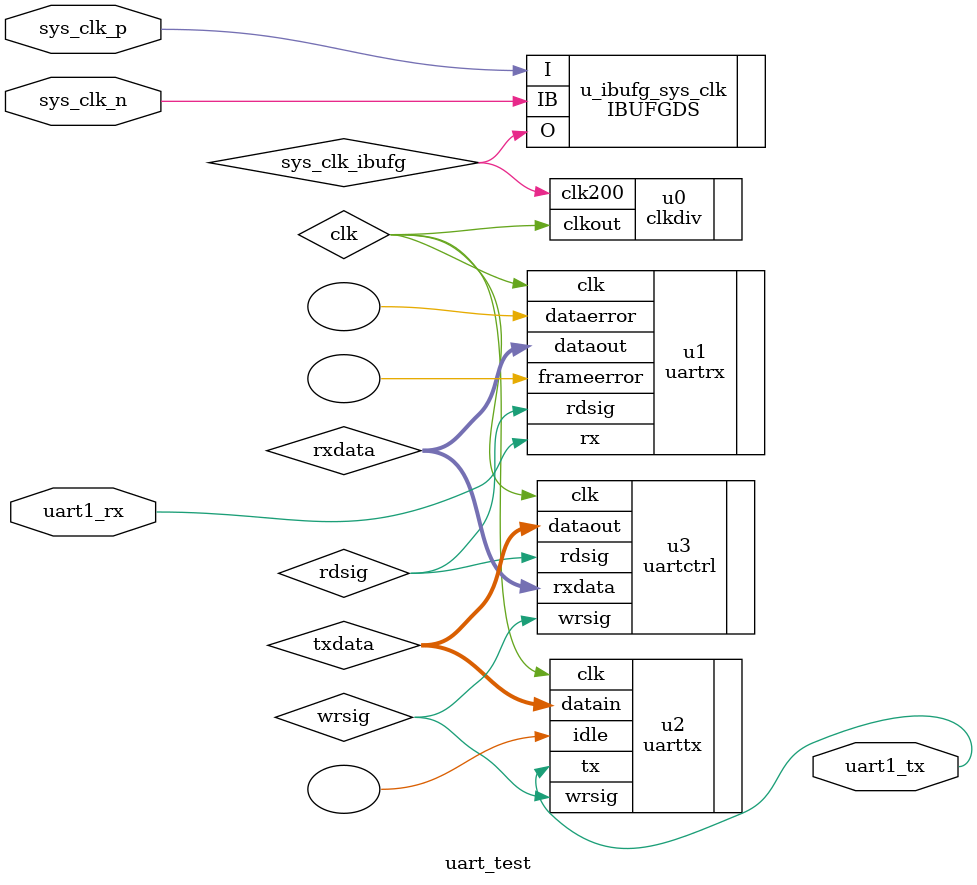
<source format=v>
`timescale 1ns / 1ps


module uart_test(
    input sys_clk_p,
    input sys_clk_n,
    input uart1_rx,
    output uart1_tx
    );
    
////////////////²î·ÖÊ±ÖÓ×ª»»³Éµ¥¶ËÊ±ÖÓ////////////////////////
    wire sys_clk_ibufg;
     IBUFGDS #
           (
            .DIFF_TERM    ("FALSE"),
            .IBUF_LOW_PWR ("FALSE")
            )
           u_ibufg_sys_clk
             (
              .I  (sys_clk_p),
              .IB (sys_clk_n),
              .O  (sys_clk_ibufg)
              );
    
    wire clk;       //clock for 9600 uart port
    wire [7:0] txdata,rxdata;     //´®¿Ú·¢ËÍÊý¾ÝºÍ´®¿Ú½ÓÊÕÊý¾Ý
    
    
    
    //²úÉúÊ±ÖÓµÄÆµÂÊÎª16*9600
    clkdiv u0 (
            .clk200                  (sys_clk_ibufg),       //200MhzµÄ¾§ÕñÊäÈë                     
            .clkout                  (clk)                  //16±¶²¨ÌØÂÊµÄÊ±ÖÓ                        
     );
    
    //´®¿Ú½ÓÊÕ³ÌÐò
    uartrx u1 (
            .clk                     (clk),                 //16±¶²¨ÌØÂÊµÄÊ±ÖÓ 
            .rx                         (uart1_rx),              //´®¿Ú½ÓÊÕ
            .dataout                 (rxdata),              //uart ½ÓÊÕµ½µÄÊý¾Ý,Ò»¸ö×Ö½Ú                     
            .rdsig                   (rdsig),               //uart ½ÓÊÕµ½Êý¾ÝÓÐÐ§ 
            .dataerror               (),
            .frameerror              ()
    );
    
    //´®¿Ú·¢ËÍ³ÌÐò
    uarttx u2 (
            .clk                     (clk),                  //16±¶²¨ÌØÂÊµÄÊ±ÖÓ  
            .tx                      (uart1_tx),             //´®¿Ú·¢ËÍ
            .datain                  (txdata),               //uart ·¢ËÍµÄÊý¾Ý   
            .wrsig                   (wrsig),                //uart ·¢ËÍµÄÊý¾ÝÓÐÐ§  
            .idle                    ()     
        
     );
    
    //´®¿ÚÊý¾Ý·¢ËÍ¿ØÖÆ³ÌÐò
    uartctrl u3 (
            .clk                     (clk),                           
            .rdsig                   (rdsig),                //uart ½ÓÊÕµ½Êý¾ÝÓÐÐ§   
            .rxdata                  (rxdata),                  //uart ½ÓÊÕµ½µÄÊý¾Ý 
            .wrsig                   (wrsig),                //uart ·¢ËÍµÄÊý¾ÝÓÐÐ§  
            .dataout                 (txdata)                 //uart ·¢ËÍµÄÊý¾Ý£¬Ò»¸ö×Ö½Ú 
        
     );
endmodule

</source>
